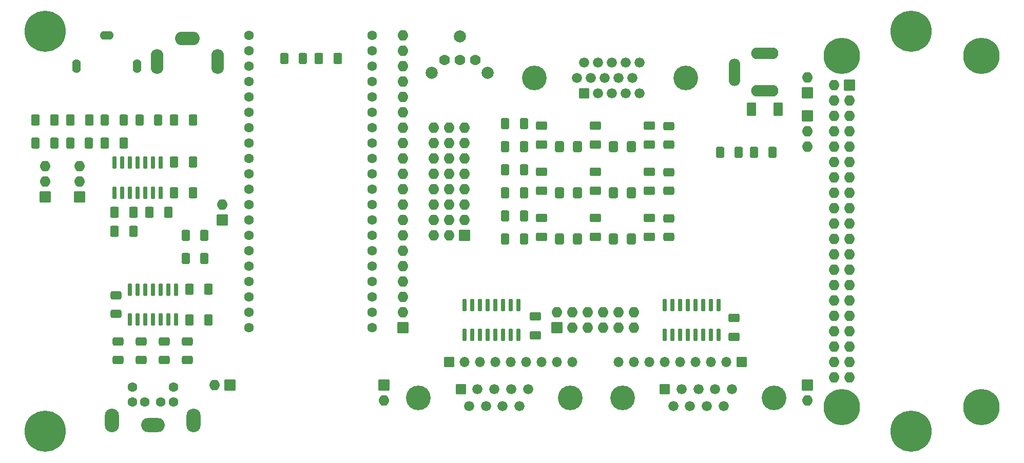
<source format=gts>
G04 #@! TF.GenerationSoftware,KiCad,Pcbnew,6.0.10-86aedd382b~118~ubuntu18.04.1*
G04 #@! TF.CreationDate,2025-05-01T16:39:21+01:00*
G04 #@! TF.ProjectId,tangnano20k_dock,74616e67-6e61-46e6-9f32-306b5f646f63,rev?*
G04 #@! TF.SameCoordinates,Original*
G04 #@! TF.FileFunction,Soldermask,Top*
G04 #@! TF.FilePolarity,Negative*
%FSLAX46Y46*%
G04 Gerber Fmt 4.6, Leading zero omitted, Abs format (unit mm)*
G04 Created by KiCad (PCBNEW 6.0.10-86aedd382b~118~ubuntu18.04.1) date 2025-05-01 16:39:21*
%MOMM*%
%LPD*%
G01*
G04 APERTURE LIST*
G04 Aperture macros list*
%AMRoundRect*
0 Rectangle with rounded corners*
0 $1 Rounding radius*
0 $2 $3 $4 $5 $6 $7 $8 $9 X,Y pos of 4 corners*
0 Add a 4 corners polygon primitive as box body*
4,1,4,$2,$3,$4,$5,$6,$7,$8,$9,$2,$3,0*
0 Add four circle primitives for the rounded corners*
1,1,$1+$1,$2,$3*
1,1,$1+$1,$4,$5*
1,1,$1+$1,$6,$7*
1,1,$1+$1,$8,$9*
0 Add four rect primitives between the rounded corners*
20,1,$1+$1,$2,$3,$4,$5,0*
20,1,$1+$1,$4,$5,$6,$7,0*
20,1,$1+$1,$6,$7,$8,$9,0*
20,1,$1+$1,$8,$9,$2,$3,0*%
G04 Aperture macros list end*
%ADD10RoundRect,0.288000X0.650000X-0.412500X0.650000X0.412500X-0.650000X0.412500X-0.650000X-0.412500X0*%
%ADD11RoundRect,0.188000X-0.150000X0.825000X-0.150000X-0.825000X0.150000X-0.825000X0.150000X0.825000X0*%
%ADD12RoundRect,0.288001X-0.462499X-0.624999X0.462499X-0.624999X0.462499X0.624999X-0.462499X0.624999X0*%
%ADD13RoundRect,0.288000X0.412500X0.650000X-0.412500X0.650000X-0.412500X-0.650000X0.412500X-0.650000X0*%
%ADD14O,1.426000X2.276000*%
%ADD15O,2.276000X1.426000*%
%ADD16RoundRect,0.288000X0.400000X0.625000X-0.400000X0.625000X-0.400000X-0.625000X0.400000X-0.625000X0*%
%ADD17RoundRect,0.288000X0.625000X-0.400000X0.625000X0.400000X-0.625000X0.400000X-0.625000X-0.400000X0*%
%ADD18RoundRect,0.288000X-0.400000X-0.625000X0.400000X-0.625000X0.400000X0.625000X-0.400000X0.625000X0*%
%ADD19RoundRect,0.038000X-0.850000X-0.850000X0.850000X-0.850000X0.850000X0.850000X-0.850000X0.850000X0*%
%ADD20O,1.776000X1.776000*%
%ADD21RoundRect,0.038000X0.850000X0.850000X-0.850000X0.850000X-0.850000X-0.850000X0.850000X-0.850000X0*%
%ADD22C,4.076000*%
%ADD23RoundRect,0.038000X-0.800000X-0.800000X0.800000X-0.800000X0.800000X0.800000X-0.800000X0.800000X0*%
%ADD24C,1.676000*%
%ADD25RoundRect,0.288000X-0.412500X-0.650000X0.412500X-0.650000X0.412500X0.650000X-0.412500X0.650000X0*%
%ADD26C,2.000000*%
%ADD27C,1.776000*%
%ADD28C,6.800000*%
%ADD29C,6.000000*%
%ADD30RoundRect,0.952000X1.300000X0.000000X-1.300000X0.000000X-1.300000X0.000000X1.300000X0.000000X0*%
%ADD31RoundRect,0.952000X0.000000X1.300000X0.000000X-1.300000X0.000000X-1.300000X0.000000X1.300000X0*%
%ADD32RoundRect,0.952000X-1.300000X0.000000X1.300000X0.000000X1.300000X0.000000X-1.300000X0.000000X0*%
%ADD33RoundRect,0.038000X0.700000X1.050000X-0.700000X1.050000X-0.700000X-1.050000X0.700000X-1.050000X0*%
%ADD34O,1.676000X1.676000*%
%ADD35RoundRect,0.038000X-0.850000X0.850000X-0.850000X-0.850000X0.850000X-0.850000X0.850000X0.850000X0*%
%ADD36RoundRect,0.038000X0.850000X-0.850000X0.850000X0.850000X-0.850000X0.850000X-0.850000X-0.850000X0*%
%ADD37C,1.600000*%
%ADD38RoundRect,0.038000X0.800000X0.800000X-0.800000X0.800000X-0.800000X-0.800000X0.800000X-0.800000X0*%
%ADD39O,2.076000X4.076000*%
%ADD40O,4.076000X2.276000*%
%ADD41O,2.362000X3.900000*%
%ADD42O,3.900000X2.362000*%
%ADD43RoundRect,0.288000X-0.625000X0.400000X-0.625000X-0.400000X0.625000X-0.400000X0.625000X0.400000X0*%
G04 APERTURE END LIST*
D10*
X158750000Y-87287500D03*
X158750000Y-84162500D03*
D11*
X95885000Y-74995000D03*
X94615000Y-74995000D03*
X93345000Y-74995000D03*
X92075000Y-74995000D03*
X90805000Y-74995000D03*
X89535000Y-74995000D03*
X88265000Y-74995000D03*
X88265000Y-79945000D03*
X89535000Y-79945000D03*
X90805000Y-79945000D03*
X92075000Y-79945000D03*
X93345000Y-79945000D03*
X94615000Y-79945000D03*
X95885000Y-79945000D03*
D10*
X167640000Y-79667500D03*
X167640000Y-76542500D03*
D12*
X161707500Y-72390000D03*
X164682500Y-72390000D03*
D13*
X91440000Y-86355000D03*
X88315000Y-86355000D03*
D14*
X91995000Y-59025000D03*
D15*
X86995000Y-54025000D03*
D14*
X81995000Y-59025000D03*
D16*
X78385000Y-71755000D03*
X75285000Y-71755000D03*
D17*
X92710000Y-107590000D03*
X92710000Y-104490000D03*
D10*
X167640000Y-72047500D03*
X167640000Y-68922500D03*
D18*
X152755000Y-76195000D03*
X155855000Y-76195000D03*
D17*
X96520000Y-107590000D03*
X96520000Y-104490000D03*
D19*
X132715000Y-111755000D03*
D20*
X132715000Y-114295000D03*
D13*
X103797500Y-100960000D03*
X100672500Y-100960000D03*
D12*
X161707500Y-80010000D03*
X164682500Y-80010000D03*
D17*
X179705000Y-79655000D03*
X179705000Y-76555000D03*
D21*
X82550000Y-80640000D03*
D20*
X82550000Y-78100000D03*
X82550000Y-75560000D03*
D22*
X197110000Y-113815000D03*
X172110000Y-113815000D03*
D23*
X179070000Y-112395000D03*
D24*
X181840000Y-112395000D03*
X184610000Y-112395000D03*
X187380000Y-112395000D03*
X190150000Y-112395000D03*
X180455000Y-115235000D03*
X183225000Y-115235000D03*
X185995000Y-115235000D03*
X188765000Y-115235000D03*
D13*
X103797500Y-95880000D03*
X100672500Y-95880000D03*
D25*
X88315000Y-83185000D03*
X91440000Y-83185000D03*
D11*
X154940000Y-98490000D03*
X153670000Y-98490000D03*
X152400000Y-98490000D03*
X151130000Y-98490000D03*
X149860000Y-98490000D03*
X148590000Y-98490000D03*
X147320000Y-98490000D03*
X146050000Y-98490000D03*
X146050000Y-103440000D03*
X147320000Y-103440000D03*
X148590000Y-103440000D03*
X149860000Y-103440000D03*
X151130000Y-103440000D03*
X152400000Y-103440000D03*
X153670000Y-103440000D03*
X154940000Y-103440000D03*
X98425000Y-95945000D03*
X97155000Y-95945000D03*
X95885000Y-95945000D03*
X94615000Y-95945000D03*
X93345000Y-95945000D03*
X92075000Y-95945000D03*
X90805000Y-95945000D03*
X90805000Y-100895000D03*
X92075000Y-100895000D03*
X93345000Y-100895000D03*
X94615000Y-100895000D03*
X95885000Y-100895000D03*
X97155000Y-100895000D03*
X98425000Y-100895000D03*
D19*
X202565000Y-111755000D03*
D20*
X202565000Y-114295000D03*
D25*
X86702500Y-71750000D03*
X89827500Y-71750000D03*
D17*
X179705000Y-87275000D03*
X179705000Y-84175000D03*
D18*
X152755000Y-80005000D03*
X155855000Y-80005000D03*
D12*
X170597500Y-72390000D03*
X173572500Y-72390000D03*
D26*
X140660000Y-60125000D03*
X149860000Y-60125000D03*
X145260000Y-54125000D03*
D27*
X142720000Y-58025000D03*
X145260000Y-58025000D03*
X147800000Y-58025000D03*
D10*
X176530000Y-79667500D03*
X176530000Y-76542500D03*
D25*
X80987500Y-67940000D03*
X84112500Y-67940000D03*
D28*
X219710000Y-119375000D03*
D13*
X101257500Y-67945000D03*
X98132500Y-67945000D03*
D29*
X231280000Y-115355000D03*
X208280000Y-57355000D03*
X208280000Y-115355000D03*
X231280000Y-57355000D03*
D19*
X209550000Y-62225000D03*
D20*
X207010000Y-62225000D03*
X209550000Y-64765000D03*
X207010000Y-64765000D03*
X209550000Y-67305000D03*
X207010000Y-67305000D03*
X209550000Y-69845000D03*
X207010000Y-69845000D03*
X209550000Y-72385000D03*
X207010000Y-72385000D03*
X209550000Y-74925000D03*
X207010000Y-74925000D03*
X209550000Y-77465000D03*
X207010000Y-77465000D03*
X209550000Y-80005000D03*
X207010000Y-80005000D03*
X209550000Y-82545000D03*
X207010000Y-82545000D03*
X209550000Y-85085000D03*
X207010000Y-85085000D03*
X209550000Y-87625000D03*
X207010000Y-87625000D03*
X209550000Y-90165000D03*
X207010000Y-90165000D03*
X209550000Y-92705000D03*
X207010000Y-92705000D03*
X209550000Y-95245000D03*
X207010000Y-95245000D03*
X209550000Y-97785000D03*
X207010000Y-97785000D03*
X209550000Y-100325000D03*
X207010000Y-100325000D03*
X209550000Y-102865000D03*
X207010000Y-102865000D03*
X209550000Y-105405000D03*
X207010000Y-105405000D03*
X209550000Y-107945000D03*
X207010000Y-107945000D03*
X209550000Y-110485000D03*
X207010000Y-110485000D03*
D18*
X152755000Y-83815000D03*
X155855000Y-83815000D03*
D25*
X94030000Y-83185000D03*
X97155000Y-83185000D03*
D16*
X95530000Y-67940000D03*
X92430000Y-67940000D03*
D18*
X86715000Y-67940000D03*
X89815000Y-67940000D03*
D25*
X121970000Y-57780000D03*
X125095000Y-57780000D03*
D22*
X163455000Y-113810000D03*
X138455000Y-113810000D03*
D23*
X145415000Y-112390000D03*
D24*
X148185000Y-112390000D03*
X150955000Y-112390000D03*
X153725000Y-112390000D03*
X156495000Y-112390000D03*
X146800000Y-115230000D03*
X149570000Y-115230000D03*
X152340000Y-115230000D03*
X155110000Y-115230000D03*
D13*
X101257500Y-80010000D03*
X98132500Y-80010000D03*
D12*
X170597500Y-87630000D03*
X173572500Y-87630000D03*
D21*
X106045000Y-84450000D03*
D20*
X106045000Y-81910000D03*
D30*
X195580000Y-63160000D03*
D31*
X190580000Y-60060000D03*
D32*
X195580000Y-56960000D03*
D21*
X202565000Y-63495000D03*
D20*
X202565000Y-60955000D03*
D18*
X81000000Y-71755000D03*
X84100000Y-71755000D03*
D19*
X202565000Y-67305000D03*
D20*
X202565000Y-69845000D03*
X202565000Y-72385000D03*
D10*
X176530000Y-72047500D03*
X176530000Y-68922500D03*
X190500000Y-103792500D03*
X190500000Y-100667500D03*
D33*
X197790000Y-66135000D03*
X193390000Y-66135000D03*
D18*
X100050000Y-90800000D03*
X103150000Y-90800000D03*
D23*
X143510000Y-107950000D03*
D34*
X146050000Y-107950000D03*
X148590000Y-107950000D03*
X151130000Y-107950000D03*
X153670000Y-107950000D03*
X156210000Y-107950000D03*
X158750000Y-107950000D03*
X161290000Y-107950000D03*
X163830000Y-107950000D03*
D18*
X152755000Y-72385000D03*
X155855000Y-72385000D03*
D35*
X107315000Y-111760000D03*
D20*
X104775000Y-111760000D03*
D36*
X161290000Y-102235000D03*
D20*
X161290000Y-99695000D03*
X163830000Y-102235000D03*
X163830000Y-99695000D03*
X166370000Y-102235000D03*
X166370000Y-99695000D03*
X168910000Y-102235000D03*
X168910000Y-99695000D03*
X171450000Y-102235000D03*
X171450000Y-99695000D03*
X173990000Y-102235000D03*
X173990000Y-99695000D03*
D17*
X100330000Y-107590000D03*
X100330000Y-104490000D03*
D11*
X187960000Y-98490000D03*
X186690000Y-98490000D03*
X185420000Y-98490000D03*
X184150000Y-98490000D03*
X182880000Y-98490000D03*
X181610000Y-98490000D03*
X180340000Y-98490000D03*
X179070000Y-98490000D03*
X179070000Y-103440000D03*
X180340000Y-103440000D03*
X181610000Y-103440000D03*
X182880000Y-103440000D03*
X184150000Y-103440000D03*
X185420000Y-103440000D03*
X186690000Y-103440000D03*
X187960000Y-103440000D03*
D28*
X76835000Y-53335000D03*
D12*
X161707500Y-87630000D03*
X164682500Y-87630000D03*
D13*
X78397500Y-67940000D03*
X75272500Y-67940000D03*
D37*
X130810000Y-102235000D03*
X130810000Y-99695000D03*
X130810000Y-97155000D03*
X130810000Y-94615000D03*
X130810000Y-92075000D03*
X130810000Y-89535000D03*
X130810000Y-86995000D03*
X130810000Y-84455000D03*
X130810000Y-81915000D03*
X130810000Y-79375000D03*
X130810000Y-76835000D03*
X130810000Y-74295000D03*
X130810000Y-71755000D03*
X130810000Y-69215000D03*
X130810000Y-66675000D03*
X130810000Y-64135000D03*
X130810000Y-61595000D03*
X130810000Y-59055000D03*
X130810000Y-56515000D03*
X130810000Y-53975000D03*
X110490000Y-53975000D03*
X110490000Y-56515000D03*
X110490000Y-59055000D03*
X110490000Y-61595000D03*
X110490000Y-64135000D03*
X110490000Y-66675000D03*
X110490000Y-69215000D03*
X110490000Y-71755000D03*
X110490000Y-74295000D03*
X110490000Y-76835000D03*
X110490000Y-79375000D03*
X110490000Y-81915000D03*
X110490000Y-84455000D03*
X110490000Y-86995000D03*
X110490000Y-89535000D03*
X110490000Y-92075000D03*
X110490000Y-94615000D03*
X110490000Y-97155000D03*
X110490000Y-99695000D03*
X110490000Y-102235000D03*
D22*
X182550000Y-61010000D03*
X157550000Y-61010000D03*
D38*
X165735000Y-63550000D03*
D24*
X168025000Y-63550000D03*
X170315000Y-63550000D03*
X172605000Y-63550000D03*
X174895000Y-63550000D03*
X164590000Y-61010000D03*
X166880000Y-61010000D03*
X169170000Y-61010000D03*
X171460000Y-61010000D03*
X173750000Y-61010000D03*
X165735000Y-58470000D03*
X168025000Y-58470000D03*
X170315000Y-58470000D03*
X172605000Y-58470000D03*
X174895000Y-58470000D03*
D16*
X196876000Y-73274000D03*
X193776000Y-73274000D03*
D21*
X76835000Y-80645000D03*
D20*
X76835000Y-78105000D03*
X76835000Y-75565000D03*
D10*
X158750000Y-79667500D03*
X158750000Y-76542500D03*
D13*
X101257500Y-74930000D03*
X98132500Y-74930000D03*
D39*
X95330000Y-58325000D03*
X105330000Y-58325000D03*
D40*
X100330000Y-54525000D03*
D28*
X76835000Y-119375000D03*
D10*
X158750000Y-72047500D03*
X158750000Y-68922500D03*
X167640000Y-87287500D03*
X167640000Y-84162500D03*
D17*
X88900000Y-107590000D03*
X88900000Y-104490000D03*
D38*
X191785000Y-107950000D03*
D34*
X189245000Y-107950000D03*
X186705000Y-107950000D03*
X184165000Y-107950000D03*
X181625000Y-107950000D03*
X179085000Y-107950000D03*
X176545000Y-107950000D03*
X174005000Y-107950000D03*
X171465000Y-107950000D03*
D18*
X152755000Y-68575000D03*
X155855000Y-68575000D03*
D21*
X146050000Y-86990000D03*
D20*
X146050000Y-84450000D03*
X146050000Y-81910000D03*
X146050000Y-79370000D03*
X146050000Y-76830000D03*
X146050000Y-74290000D03*
X146050000Y-71750000D03*
X146050000Y-69210000D03*
X143510000Y-86990000D03*
X143510000Y-84450000D03*
X143510000Y-81910000D03*
X143510000Y-79370000D03*
X143510000Y-76830000D03*
X143510000Y-74290000D03*
X143510000Y-71750000D03*
X143510000Y-69210000D03*
X140970000Y-86990000D03*
X140970000Y-84450000D03*
X140970000Y-81910000D03*
X140970000Y-79370000D03*
X140970000Y-76830000D03*
X140970000Y-74290000D03*
X140970000Y-71750000D03*
X140970000Y-69210000D03*
D18*
X152755000Y-87625000D03*
X155855000Y-87625000D03*
D10*
X176530000Y-87287500D03*
X176530000Y-84162500D03*
D41*
X87865000Y-117549000D03*
X101365000Y-117549000D03*
D42*
X94615000Y-118349000D03*
D37*
X95915000Y-114549000D03*
X93315000Y-114549000D03*
X98015000Y-114549000D03*
X91215000Y-114549000D03*
X98015000Y-112049000D03*
X91215000Y-112049000D03*
D43*
X88540000Y-96870000D03*
X88540000Y-99970000D03*
D18*
X116280000Y-57780000D03*
X119380000Y-57780000D03*
D12*
X170597500Y-80010000D03*
X173572500Y-80010000D03*
D21*
X135890000Y-102230000D03*
D20*
X135890000Y-99690000D03*
X135890000Y-97150000D03*
X135890000Y-94610000D03*
X135890000Y-92070000D03*
X135890000Y-89530000D03*
X135890000Y-86990000D03*
X135890000Y-84450000D03*
X135890000Y-81910000D03*
X135890000Y-79370000D03*
X135890000Y-76830000D03*
X135890000Y-74290000D03*
X135890000Y-71750000D03*
X135890000Y-69210000D03*
X135890000Y-66670000D03*
X135890000Y-64130000D03*
X135890000Y-61590000D03*
X135890000Y-59050000D03*
X135890000Y-56510000D03*
X135890000Y-53970000D03*
D17*
X179705000Y-72035000D03*
X179705000Y-68935000D03*
D10*
X157734000Y-103500000D03*
X157734000Y-100375000D03*
D18*
X100050000Y-86990000D03*
X103150000Y-86990000D03*
X188188000Y-73274000D03*
X191288000Y-73274000D03*
D28*
X219710000Y-53335000D03*
M02*

</source>
